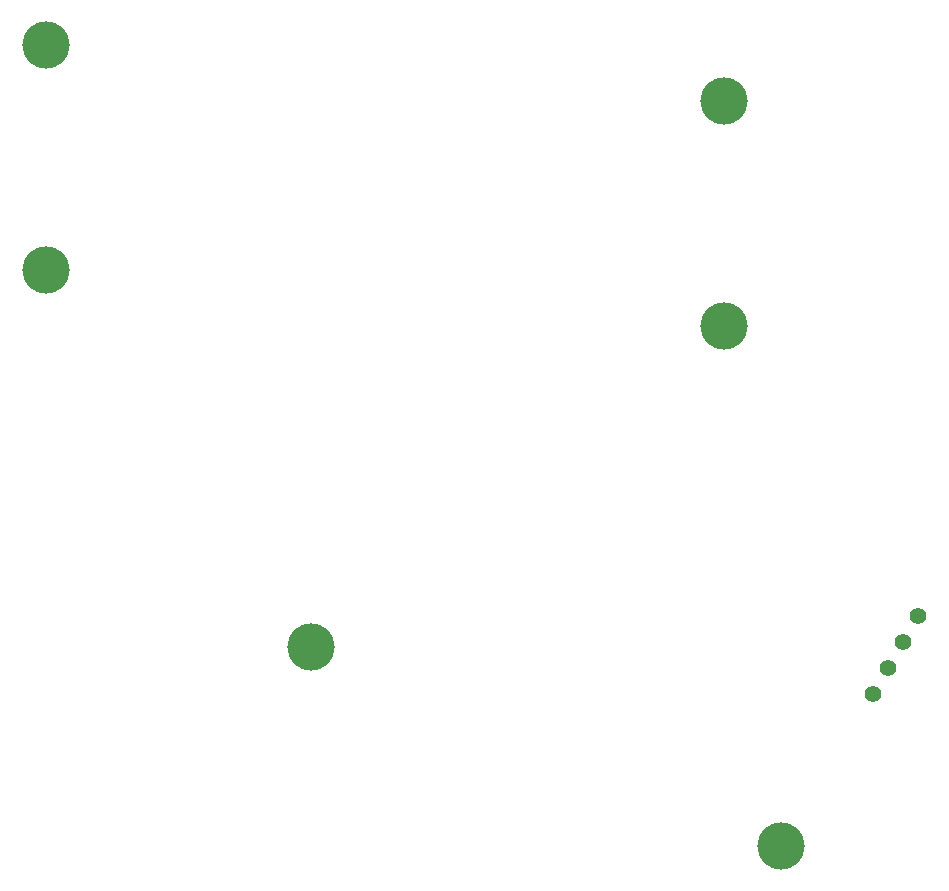
<source format=gbr>
%TF.GenerationSoftware,KiCad,Pcbnew,8.0.2-1*%
%TF.CreationDate,2024-06-10T16:33:35+09:00*%
%TF.ProjectId,Miriball36_bottom,4d697269-6261-46c6-9c33-365f626f7474,rev?*%
%TF.SameCoordinates,Original*%
%TF.FileFunction,Copper,L1,Top*%
%TF.FilePolarity,Positive*%
%FSLAX46Y46*%
G04 Gerber Fmt 4.6, Leading zero omitted, Abs format (unit mm)*
G04 Created by KiCad (PCBNEW 8.0.2-1) date 2024-06-10 16:33:35*
%MOMM*%
%LPD*%
G01*
G04 APERTURE LIST*
%TA.AperFunction,ComponentPad*%
%ADD10C,4.000000*%
%TD*%
%TA.AperFunction,ComponentPad*%
%ADD11C,1.397000*%
%TD*%
G04 APERTURE END LIST*
D10*
%TO.P,REF\u002A\u002A,*%
%TO.N,*%
X92130000Y-111890000D03*
%TD*%
D11*
%TO.P,OL1,1,SDA*%
%TO.N,sda*%
X139770000Y-115899410D03*
%TO.P,OL1,2,SCL*%
%TO.N,scl*%
X141040000Y-113699705D03*
%TO.P,OL1,3,VCC*%
%TO.N,VCC*%
X142310000Y-111500000D03*
%TO.P,OL1,4,GND*%
%TO.N,GND*%
X143580000Y-109300296D03*
%TD*%
D10*
%TO.P,REF\u002A\u002A,*%
%TO.N,*%
X69746500Y-60921300D03*
%TD*%
%TO.P,REF\u002A\u002A,*%
%TO.N,*%
X127090000Y-65740000D03*
%TD*%
%TO.P,REF\u002A\u002A,*%
%TO.N,*%
X127090000Y-84734300D03*
%TD*%
%TO.P,REF\u002A\u002A,*%
%TO.N,*%
X131940000Y-128790000D03*
%TD*%
%TO.P,REF\u002A\u002A,*%
%TO.N,*%
X69746500Y-79971700D03*
%TD*%
M02*

</source>
